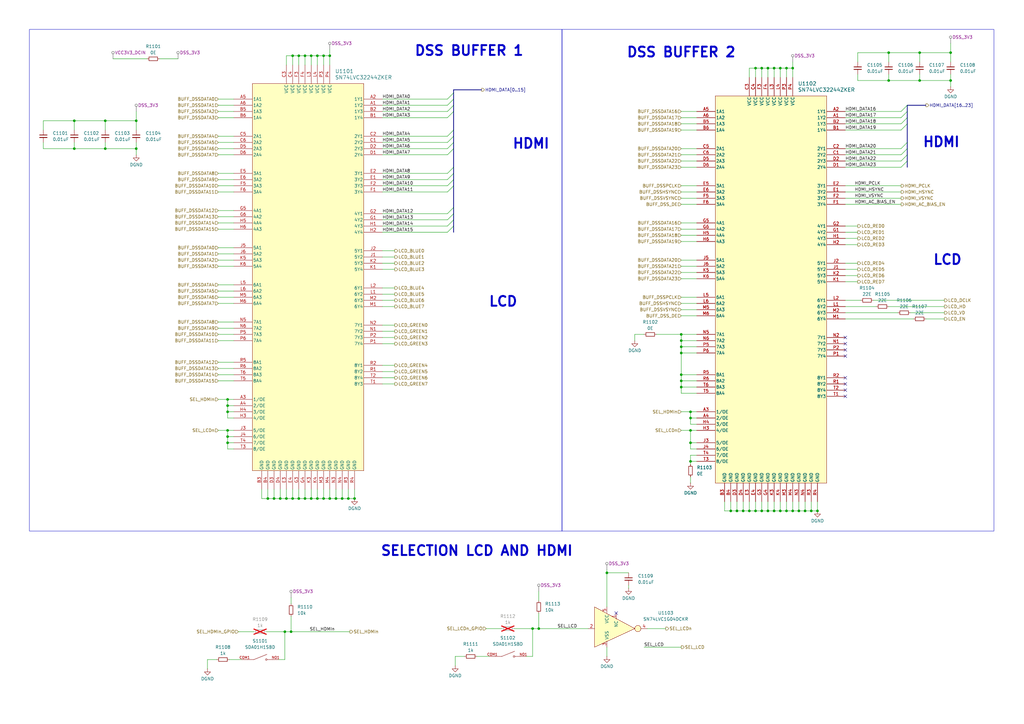
<source format=kicad_sch>
(kicad_sch (version 20250114) (generator "eeschema") (generator_version "9.0")
  (paper "A3")
  (title_block (title "Barre de son (base saine)") (date "2025-05-16") (rev "1.0") (company "NDH"))
  (lib_symbols
    (symbol "Device:C_Small" (pin_numbers (hide yes)) (pin_names (offset 0.254) (hide yes))
      (property "Reference" "C" (at 0.254 1.778 0))
      (property "Value" "C_Small" (at 0.254 -2.032 0))
      (symbol "C_Small_1_1"
        (pin passive line (at 0 2.54 270) (length 2.032) (name "~") (number "1"))
        (pin passive line (at 0 -2.54 90) (length 2.032) (name "~") (number "2"))
      )
    )
    (symbol "Device:R_Small" (pin_numbers (hide yes)) (pin_names (offset 0.254) (hide yes))
      (property "Reference" "R" (at 0.762 0.508 0))
      (property "Value" "R_Small" (at 0.762 -1.016 0))
      (symbol "R_Small_1_1"
        (pin passive line (at 0 2.54 270) (length 0.762) (name "~") (number "1"))
        (pin passive line (at 0 -2.54 90) (length 0.762) (name "~") (number "2"))
      )
    )
    (symbol "Libglobal:SDA01H1SBD" (pin_names (offset 1.016))
      (property "Reference" "S" (at -2.54 2.54 0))
      (property "Value" "SDA01H1SBD" (at -2.54 -2.54 0))
      (symbol "SDA01H1SBD_0_0"
        (pin passive line (at -7.62 0 0) (length 2.54) (name "~") (number "COM1"))
        (pin passive line (at 7.62 0 180) (length 2.54) (name "~") (number "NO1"))
      )
    )
    (symbol "Libglobal:SN74LVC1G04DCKR"
      (property "Reference" "U" (at 0 0 0))
      (property "Value" "SN74LVC1G04DCKR" (at -0.508 -1.524 0))
      (symbol "SN74LVC1G04DCKR_1_1"
        (pin input line (at -12.7 -16.51 0) (length 2.54) (name "") (number "2"))
        (pin input line (at -5.08 -7.62 270) (length 2.54) (name "VCC") (number "5"))
        (pin input line (at -5.08 -24.13 90) (length 2.54) (name "VSS") (number "3"))
        (pin input line (at -1.27 -10.16 270) (length 2.54) (name "NC") (number "1"))
        (pin output line (at 11.43 -16.51 180) (length 2.54) (name "") (number "4"))
      )
    )
    (symbol "Libglobal:SN74LVC32244ZKER" (pin_names (offset 0.254))
      (property "Reference" "U" (at 64.008 8.382 0))
      (property "Value" "SN74LVC32244ZKER" (at 64.008 5.842 0))
      (symbol "SN74LVC32244ZKER_0_1"
        (pin input line (at 0 -3.81 0) (length 7.62) (name "1A1") (number "A5"))
        (pin input line (at 0 -6.35 0) (length 7.62) (name "1A2") (number "A6"))
        (pin input line (at 0 -8.89 0) (length 7.62) (name "1A3") (number "B5"))
        (pin input line (at 0 -11.43 0) (length 7.62) (name "1A4") (number "B6"))
        (pin input line (at 0 -19.05 0) (length 7.62) (name "2A1") (number "C5"))
        (pin input line (at 0 -21.59 0) (length 7.62) (name "2A2") (number "C6"))
        (pin input line (at 0 -24.13 0) (length 7.62) (name "2A3") (number "D5"))
        (pin input line (at 0 -26.67 0) (length 7.62) (name "2A4") (number "D6"))
        (pin input line (at 0 -34.29 0) (length 7.62) (name "3A1") (number "E5"))
        (pin input line (at 0 -36.83 0) (length 7.62) (name "3A2") (number "E6"))
        (pin input line (at 0 -39.37 0) (length 7.62) (name "3A3") (number "F5"))
        (pin input line (at 0 -41.91 0) (length 7.62) (name "3A4") (number "F6"))
        (pin input line (at 0 -49.53 0) (length 7.62) (name "4A1") (number "G5"))
        (pin input line (at 0 -52.07 0) (length 7.62) (name "4A2") (number "G6"))
        (pin input line (at 0 -54.61 0) (length 7.62) (name "4A4") (number "H5"))
        (pin input line (at 0 -57.15 0) (length 7.62) (name "4A3") (number "H6"))
        (pin input line (at 0 -64.77 0) (length 7.62) (name "5A1") (number "J5"))
        (pin input line (at 0 -67.31 0) (length 7.62) (name "5A2") (number "J6"))
        (pin input line (at 0 -69.85 0) (length 7.62) (name "5A3") (number "K5"))
        (pin input line (at 0 -72.39 0) (length 7.62) (name "5A4") (number "K6"))
        (pin input line (at 0 -80.01 0) (length 7.62) (name "6A1") (number "L5"))
        (pin input line (at 0 -82.55 0) (length 7.62) (name "6A2") (number "L6"))
        (pin input line (at 0 -85.09 0) (length 7.62) (name "6A3") (number "M5"))
        (pin input line (at 0 -87.63 0) (length 7.62) (name "6A4") (number "M6"))
        (pin input line (at 0 -95.25 0) (length 7.62) (name "7A1") (number "N5"))
        (pin input line (at 0 -97.79 0) (length 7.62) (name "7A2") (number "N6"))
        (pin input line (at 0 -100.33 0) (length 7.62) (name "7A3") (number "P5"))
        (pin input line (at 0 -102.87 0) (length 7.62) (name "7A4") (number "P6"))
        (pin input line (at 0 -111.76 0) (length 7.62) (name "8A1") (number "R5"))
        (pin input line (at 0 -114.3 0) (length 7.62) (name "8A2") (number "R6"))
        (pin input line (at 0 -116.84 0) (length 7.62) (name "8A3") (number "T6"))
        (pin input line (at 0 -119.38 0) (length 7.62) (name "8A4") (number "T5"))
        (pin power_in line (at 11.43 -163.83 90) (length 7.62) (name "GND") (number "B3"))
        (pin power_in line (at 13.97 -163.83 90) (length 7.62) (name "GND") (number "B4"))
        (pin power_in line (at 16.51 -163.83 90) (length 7.62) (name "GND") (number "D3"))
        (pin power_in line (at 19.05 -163.83 90) (length 7.62) (name "GND") (number "D4"))
        (pin power_in line (at 21.59 10.16 270) (length 7.62) (name "VCC") (number "C3"))
        (pin power_in line (at 21.59 -163.83 90) (length 7.62) (name "GND") (number "E3"))
        (pin power_in line (at 24.13 10.16 270) (length 7.62) (name "VCC") (number "C4"))
        (pin power_in line (at 24.13 -163.83 90) (length 7.62) (name "GND") (number "E4"))
        (pin power_in line (at 26.67 10.16 270) (length 7.62) (name "VCC") (number "F3"))
        (pin power_in line (at 26.67 -163.83 90) (length 7.62) (name "GND") (number "G3"))
        (pin power_in line (at 29.21 10.16 270) (length 7.62) (name "VCC") (number "F4"))
        (pin power_in line (at 29.21 -163.83 90) (length 7.62) (name "GND") (number "G4"))
        (pin power_in line (at 31.75 10.16 270) (length 7.62) (name "VCC") (number "L3"))
        (pin power_in line (at 31.75 -163.83 90) (length 7.62) (name "GND") (number "K3"))
        (pin power_in line (at 34.29 10.16 270) (length 7.62) (name "VCC") (number "L4"))
        (pin power_in line (at 34.29 -163.83 90) (length 7.62) (name "GND") (number "K4"))
        (pin power_in line (at 36.83 10.16 270) (length 7.62) (name "VCC") (number "P3"))
        (pin power_in line (at 36.83 -163.83 90) (length 7.62) (name "GND") (number "M3"))
        (pin power_in line (at 39.37 10.16 270) (length 7.62) (name "VCC") (number "P4"))
        (pin power_in line (at 39.37 -163.83 90) (length 7.62) (name "GND") (number "M4"))
        (pin power_in line (at 41.91 -163.83 90) (length 7.62) (name "GND") (number "N3"))
        (pin power_in line (at 44.45 -163.83 90) (length 7.62) (name "GND") (number "N4"))
        (pin power_in line (at 46.99 -163.83 90) (length 7.62) (name "GND") (number "R3"))
        (pin power_in line (at 49.53 -163.83 90) (length 7.62) (name "GND") (number "R4"))
        (pin output line (at 60.96 -3.81 180) (length 7.62) (name "1Y1") (number "A2"))
        (pin output line (at 60.96 -6.35 180) (length 7.62) (name "1Y2") (number "A1"))
        (pin output line (at 60.96 -8.89 180) (length 7.62) (name "1Y3") (number "B2"))
        (pin output line (at 60.96 -11.43 180) (length 7.62) (name "1Y4") (number "B1"))
        (pin output line (at 60.96 -19.05 180) (length 7.62) (name "2Y1") (number "C2"))
        (pin output line (at 60.96 -21.59 180) (length 7.62) (name "2Y2") (number "C1"))
        (pin output line (at 60.96 -24.13 180) (length 7.62) (name "2Y3") (number "D2"))
        (pin output line (at 60.96 -26.67 180) (length 7.62) (name "2Y4") (number "D1"))
        (pin output line (at 60.96 -34.29 180) (length 7.62) (name "3Y1") (number "E2"))
        (pin output line (at 60.96 -36.83 180) (length 7.62) (name "3Y2") (number "E1"))
        (pin output line (at 60.96 -39.37 180) (length 7.62) (name "3Y3") (number "F2"))
        (pin output line (at 60.96 -41.91 180) (length 7.62) (name "3Y4") (number "F1"))
        (pin output line (at 60.96 -50.8 180) (length 7.62) (name "4Y1") (number "G2"))
        (pin output line (at 60.96 -53.34 180) (length 7.62) (name "4Y2") (number "G1"))
        (pin output line (at 60.96 -55.88 180) (length 7.62) (name "4Y3") (number "H1"))
        (pin output line (at 60.96 -58.42 180) (length 7.62) (name "4Y4") (number "H2"))
        (pin output line (at 60.96 -66.04 180) (length 7.62) (name "5Y1") (number "J2"))
        (pin output line (at 60.96 -68.58 180) (length 7.62) (name "5Y2") (number "J1"))
        (pin output line (at 60.96 -71.12 180) (length 7.62) (name "5Y3") (number "K2"))
        (pin output line (at 60.96 -73.66 180) (length 7.62) (name "5Y4") (number "K1"))
        (pin output line (at 60.96 -81.28 180) (length 7.62) (name "6Y1") (number "L2"))
        (pin output line (at 60.96 -83.82 180) (length 7.62) (name "6Y2") (number "L1"))
        (pin output line (at 60.96 -86.36 180) (length 7.62) (name "6Y3") (number "M2"))
        (pin output line (at 60.96 -88.9 180) (length 7.62) (name "6Y4") (number "M1"))
        (pin output line (at 60.96 -96.52 180) (length 7.62) (name "7Y1") (number "N2"))
        (pin output line (at 60.96 -99.06 180) (length 7.62) (name "7Y2") (number "N1"))
        (pin output line (at 60.96 -101.6 180) (length 7.62) (name "7Y3") (number "P2"))
        (pin output line (at 60.96 -104.14 180) (length 7.62) (name "7Y4") (number "P1"))
        (pin output line (at 60.96 -113.03 180) (length 7.62) (name "8Y1") (number "R2"))
        (pin output line (at 60.96 -115.57 180) (length 7.62) (name "8Y2") (number "R1"))
        (pin output line (at 60.96 -118.11 180) (length 7.62) (name "8Y4") (number "T2"))
        (pin output line (at 60.96 -120.65 180) (length 7.62) (name "8Y3") (number "T1"))
      )
      (symbol "SN74LVC32244ZKER_1_1"
        (pin input line (at 0 -127 0) (length 7.62) (name "1/OE") (number "A3"))
        (pin input line (at 0 -129.54 0) (length 7.62) (name "2/OE") (number "A4"))
        (pin input line (at 0 -132.08 0) (length 7.62) (name "3/OE") (number "H4"))
        (pin input line (at 0 -134.62 0) (length 7.62) (name "4/OE") (number "H3"))
        (pin input line (at 0 -139.7 0) (length 7.62) (name "5/OE") (number "J3"))
        (pin input line (at 0 -142.24 0) (length 7.62) (name "6/OE") (number "J4"))
        (pin input line (at 0 -144.78 0) (length 7.62) (name "7/OE") (number "T4"))
        (pin input line (at 0 -147.32 0) (length 7.62) (name "8/OE") (number "T3"))
      )
    )
    (symbol "power:GND" (power) (pin_numbers (hide yes)) (pin_names (offset 0) (hide yes))
      (property "Value" "GND" (at 0 -3.81 0))
      (symbol "GND_1_1"
        (pin power_in line (at 0 0 270) (length 0) (name "~") (number "1"))
      )
    )
  )
  (rectangle (start 12.065 12.065) (end 230.505 217.805))
  (rectangle (start 230.505 12.065) (end 407.67 217.805))
  (text "DSS BUFFER 1\n" (at 192.405 20.955 0) (effects (font (size 4 4) (thickness 0.8) (bold yes))))
  (text "LCD" (at 206.375 123.825 0) (effects (font (size 4 4) (thickness 0.8) (bold yes))))
  (text "HDMI" (at 386.08 58.42 0) (effects (font (size 4 4) (thickness 0.8) (bold yes))))
  (text "SELECTION LCD AND HDMI\n" (at 195.58 226.06 0) (effects (font (size 4 4) (thickness 0.8) (bold yes))))
  (text "LCD" (at 388.62 106.68 0) (effects (font (size 4 4) (thickness 0.8) (bold yes))))
  (text "DSS BUFFER 2\n" (at 279.4 21.59 0) (effects (font (size 4 4) (thickness 0.8) (bold yes))))
  (text "HDMI" (at 217.805 59.055 0) (effects (font (size 4 4) (thickness 0.8) (bold yes))))
  (junction (at 127.635 204.47))
  (junction (at 314.96 209.55))
  (junction (at 132.715 204.47))
  (junction (at 309.88 27.94))
  (junction (at 389.89 33.02))
  (junction (at 120.015 204.47))
  (junction (at 93.345 179.07))
  (junction (at 112.395 204.47))
  (junction (at 279.4 156.21))
  (junction (at 320.04 209.55))
  (junction (at 312.42 27.94))
  (junction (at 140.335 204.47))
  (junction (at 122.555 22.86))
  (junction (at 330.2 209.55))
  (junction (at 120.015 22.86))
  (junction (at 93.345 168.91))
  (junction (at 279.4 153.67))
  (junction (at 93.345 176.53))
  (junction (at 142.875 204.47))
  (junction (at 116.84 259.08))
  (junction (at 30.48 49.53))
  (junction (at 283.21 189.23))
  (junction (at 279.4 137.16))
  (junction (at 125.095 22.86))
  (junction (at 145.415 204.47))
  (junction (at 117.475 204.47))
  (junction (at 248.92 234.95))
  (junction (at 130.175 22.86))
  (junction (at 317.5 209.55))
  (junction (at 325.12 27.94))
  (junction (at 283.21 171.45))
  (junction (at 304.8 209.55))
  (junction (at 322.58 209.55))
  (junction (at 314.96 27.94))
  (junction (at 335.28 209.55))
  (junction (at 389.89 21.59))
  (junction (at 279.4 158.75))
  (junction (at 135.255 22.86))
  (junction (at 119.38 259.08))
  (junction (at 135.255 204.47))
  (junction (at 364.49 21.59))
  (junction (at 30.48 60.96))
  (junction (at 130.175 204.47))
  (junction (at 218.44 257.81))
  (junction (at 132.715 22.86))
  (junction (at 377.19 33.02))
  (junction (at 312.42 209.55))
  (junction (at 317.5 27.94))
  (junction (at 93.345 181.61))
  (junction (at 137.795 204.47))
  (junction (at 325.12 209.55))
  (junction (at 220.98 257.81))
  (junction (at 327.66 209.55))
  (junction (at 43.18 60.96))
  (junction (at 55.88 60.96))
  (junction (at 364.49 33.02))
  (junction (at 279.4 139.7))
  (junction (at 109.855 204.47))
  (junction (at 122.555 204.47))
  (junction (at 320.04 27.94))
  (junction (at 93.345 166.37))
  (junction (at 307.34 209.55))
  (junction (at 283.21 181.61))
  (junction (at 125.095 204.47))
  (junction (at 299.72 209.55))
  (junction (at 283.21 176.53))
  (junction (at 377.19 21.59))
  (junction (at 93.345 163.83))
  (junction (at 114.935 204.47))
  (junction (at 43.18 49.53))
  (junction (at 283.21 168.91))
  (junction (at 279.4 142.24))
  (junction (at 332.74 209.55))
  (junction (at 127.635 22.86))
  (junction (at 55.88 49.53))
  (junction (at 279.4 144.78))
  (junction (at 322.58 27.94))
  (junction (at 309.88 209.55))
  (junction (at 302.26 209.55))
  (no_connect (at 252.73 251.46))
  (no_connect (at 346.71 157.48))
  (no_connect (at 346.71 140.97))
  (no_connect (at 346.71 154.94))
  (no_connect (at 346.71 146.05))
  (no_connect (at 346.71 162.56))
  (no_connect (at 346.71 160.02))
  (no_connect (at 346.71 143.51))
  (no_connect (at 346.71 138.43))
  (bus_entry (at 186.055 71.12) (size -2.54 2.54))
  (bus_entry (at 372.11 60.96) (size -2.54 2.54))
  (bus_entry (at 186.055 58.42) (size -2.54 2.54))
  (bus_entry (at 372.11 48.26) (size -2.54 2.54))
  (bus_entry (at 186.055 38.1) (size -2.54 2.54))
  (bus_entry (at 372.11 66.04) (size -2.54 2.54))
  (bus_entry (at 186.055 53.34) (size -2.54 2.54))
  (bus_entry (at 186.055 55.88) (size -2.54 2.54))
  (bus_entry (at 186.055 85.09) (size -2.54 2.54))
  (bus_entry (at 372.11 58.42) (size -2.54 2.54))
  (bus_entry (at 186.055 60.96) (size -2.54 2.54))
  (bus_entry (at 186.055 40.64) (size -2.54 2.54))
  (bus_entry (at 372.11 43.18) (size -2.54 2.54))
  (bus_entry (at 186.055 73.66) (size -2.54 2.54))
  (bus_entry (at 186.055 90.17) (size -2.54 2.54))
  (bus_entry (at 372.11 45.72) (size -2.54 2.54))
  (bus_entry (at 186.055 76.2) (size -2.54 2.54))
  (bus_entry (at 186.055 87.63) (size -2.54 2.54))
  (bus_entry (at 186.055 43.18) (size -2.54 2.54))
  (bus_entry (at 186.055 68.58) (size -2.54 2.54))
  (bus_entry (at 372.11 50.8) (size -2.54 2.54))
  (bus_entry (at 372.11 63.5) (size -2.54 2.54))
  (bus_entry (at 186.055 45.72) (size -2.54 2.54))
  (bus_entry (at 186.055 92.71) (size -2.54 2.54))
  (wire (pts (xy 279.4 144.78) (xy 279.4 142.24)))
  (wire (pts (xy 389.89 33.02) (xy 377.19 33.02)))
  (wire (pts (xy 283.21 186.69) (xy 285.75 186.69)))
  (bus (pts (xy 372.11 63.5) (xy 372.11 60.96)))
  (wire (pts (xy 135.255 26.67) (xy 135.255 22.86)))
  (wire (pts (xy 307.34 209.55) (xy 307.34 205.74)))
  (wire (pts (xy 279.4 76.2) (xy 285.75 76.2)))
  (wire (pts (xy 283.21 171.45) (xy 285.75 171.45)))
  (wire (pts (xy 307.34 209.55) (xy 309.88 209.55)))
  (wire (pts (xy 132.715 22.86) (xy 130.175 22.86)))
  (wire (pts (xy 120.015 200.66) (xy 120.015 204.47)))
  (wire (pts (xy 279.4 45.72) (xy 285.75 45.72)))
  (wire (pts (xy 85.09 270.51) (xy 88.9 270.51)))
  (wire (pts (xy 346.71 81.28) (xy 369.57 81.28)))
  (wire (pts (xy 368.3 128.27) (xy 346.71 128.27)))
  (wire (pts (xy 309.88 27.94) (xy 307.34 27.94)))
  (wire (pts (xy 257.81 241.3) (xy 257.81 240.03)))
  (wire (pts (xy 95.885 171.45) (xy 93.345 171.45)))
  (wire (pts (xy 377.19 30.48) (xy 377.19 33.02)))
  (wire (pts (xy 257.81 234.95) (xy 248.92 234.95)))
  (wire (pts (xy 279.4 81.28) (xy 285.75 81.28)))
  (wire (pts (xy 55.88 63.5) (xy 55.88 60.96)))
  (wire (pts (xy 364.49 33.02) (xy 351.79 33.02)))
  (wire (pts (xy 283.21 168.91) (xy 285.75 168.91)))
  (wire (pts (xy 112.395 204.47) (xy 114.935 204.47)))
  (wire (pts (xy 109.855 204.47) (xy 107.315 204.47)))
  (wire (pts (xy 130.175 22.86) (xy 130.175 26.67)))
  (wire (pts (xy 314.96 27.94) (xy 312.42 27.94)))
  (wire (pts (xy 279.4 96.52) (xy 285.75 96.52)))
  (wire (pts (xy 260.35 137.16) (xy 260.35 139.7)))
  (wire (pts (xy 279.4 68.58) (xy 285.75 68.58)))
  (wire (pts (xy 320.04 205.74) (xy 320.04 209.55)))
  (wire (pts (xy 377.19 33.02) (xy 364.49 33.02)))
  (wire (pts (xy 351.79 107.95) (xy 346.71 107.95)))
  (wire (pts (xy 279.4 83.82) (xy 285.75 83.82)))
  (bus (pts (xy 372.11 60.96) (xy 372.11 58.42)))
  (wire (pts (xy 332.74 205.74) (xy 332.74 209.55)))
  (bus (pts (xy 186.055 73.66) (xy 186.055 71.12)))
  (wire (pts (xy 46.355 24.13) (xy 60.325 24.13)))
  (wire (pts (xy 142.875 204.47) (xy 145.415 204.47)))
  (wire (pts (xy 122.555 204.47) (xy 125.095 204.47)))
  (wire (pts (xy 122.555 22.86) (xy 122.555 26.67)))
  (wire (pts (xy 89.535 78.74) (xy 95.885 78.74)))
  (wire (pts (xy 389.89 30.48) (xy 389.89 33.02)))
  (wire (pts (xy 112.395 200.66) (xy 112.395 204.47)))
  (wire (pts (xy 353.06 123.19) (xy 346.71 123.19)))
  (wire (pts (xy 130.175 22.86) (xy 127.635 22.86)))
  (wire (pts (xy 279.4 156.21) (xy 279.4 153.67)))
  (wire (pts (xy 283.21 184.15) (xy 285.75 184.15)))
  (wire (pts (xy 218.44 269.24) (xy 218.44 257.81)))
  (wire (pts (xy 30.48 53.34) (xy 30.48 49.53)))
  (wire (pts (xy 279.4 153.67) (xy 285.75 153.67)))
  (wire (pts (xy 389.89 17.78) (xy 389.89 21.59)))
  (wire (pts (xy 304.8 209.55) (xy 307.34 209.55)))
  (wire (pts (xy 93.345 168.91) (xy 95.885 168.91)))
  (wire (pts (xy 65.405 24.13) (xy 73.025 24.13)))
  (wire (pts (xy 135.255 204.47) (xy 137.795 204.47)))
  (wire (pts (xy 279.4 158.75) (xy 285.75 158.75)))
  (wire (pts (xy 156.845 92.71) (xy 183.515 92.71)))
  (wire (pts (xy 125.095 22.86) (xy 125.095 26.67)))
  (bus (pts (xy 186.055 90.17) (xy 186.055 87.63)))
  (wire (pts (xy 312.42 27.94) (xy 312.42 31.75)))
  (wire (pts (xy 43.18 58.42) (xy 43.18 60.96)))
  (wire (pts (xy 332.74 209.55) (xy 335.28 209.55)))
  (wire (pts (xy 297.18 209.55) (xy 297.18 205.74)))
  (wire (pts (xy 322.58 205.74) (xy 322.58 209.55)))
  (wire (pts (xy 302.26 209.55) (xy 304.8 209.55)))
  (wire (pts (xy 312.42 205.74) (xy 312.42 209.55)))
  (wire (pts (xy 302.26 205.74) (xy 302.26 209.55)))
  (wire (pts (xy 127.635 204.47) (xy 130.175 204.47)))
  (wire (pts (xy 161.925 154.94) (xy 156.845 154.94)))
  (bus (pts (xy 372.11 58.42) (xy 372.11 50.8)))
  (wire (pts (xy 137.795 204.47) (xy 137.795 200.66)))
  (wire (pts (xy 346.71 83.82) (xy 369.57 83.82)))
  (wire (pts (xy 156.845 43.18) (xy 183.515 43.18)))
  (wire (pts (xy 89.535 73.66) (xy 95.885 73.66)))
  (wire (pts (xy 109.855 200.66) (xy 109.855 204.47)))
  (wire (pts (xy 314.96 205.74) (xy 314.96 209.55)))
  (wire (pts (xy 285.75 189.23) (xy 283.21 189.23)))
  (bus (pts (xy 186.055 92.71) (xy 186.055 90.17)))
  (wire (pts (xy 283.21 176.53) (xy 283.21 181.61)))
  (wire (pts (xy 279.4 156.21) (xy 285.75 156.21)))
  (wire (pts (xy 279.4 53.34) (xy 285.75 53.34)))
  (wire (pts (xy 279.4 144.78) (xy 285.75 144.78)))
  (wire (pts (xy 346.71 50.8) (xy 369.57 50.8)))
  (wire (pts (xy 125.095 204.47) (xy 127.635 204.47)))
  (wire (pts (xy 114.935 200.66) (xy 114.935 204.47)))
  (wire (pts (xy 279.4 139.7) (xy 279.4 137.16)))
  (wire (pts (xy 358.14 123.19) (xy 387.35 123.19)))
  (bus (pts (xy 186.055 45.72) (xy 186.055 43.18)))
  (wire (pts (xy 89.535 93.98) (xy 95.885 93.98)))
  (wire (pts (xy 95.885 184.15) (xy 93.345 184.15)))
  (wire (pts (xy 327.66 209.55) (xy 327.66 205.74)))
  (bus (pts (xy 186.055 36.83) (xy 197.485 36.83)))
  (wire (pts (xy 279.4 93.98) (xy 285.75 93.98)))
  (wire (pts (xy 364.49 125.73) (xy 387.35 125.73)))
  (wire (pts (xy 283.21 176.53) (xy 285.75 176.53)))
  (wire (pts (xy 89.535 55.88) (xy 95.885 55.88)))
  (wire (pts (xy 116.84 259.08) (xy 109.22 259.08)))
  (wire (pts (xy 279.4 66.04) (xy 285.75 66.04)))
  (wire (pts (xy 125.095 22.86) (xy 122.555 22.86)))
  (wire (pts (xy 93.345 168.91) (xy 93.345 166.37)))
  (wire (pts (xy 248.92 269.24) (xy 248.92 265.43)))
  (wire (pts (xy 325.12 205.74) (xy 325.12 209.55)))
  (wire (pts (xy 89.535 86.36) (xy 95.885 86.36)))
  (wire (pts (xy 346.71 60.96) (xy 369.57 60.96)))
  (wire (pts (xy 161.925 140.97) (xy 156.845 140.97)))
  (wire (pts (xy 145.415 200.66) (xy 145.415 204.47)))
  (bus (pts (xy 186.055 43.18) (xy 186.055 40.64)))
  (wire (pts (xy 156.845 63.5) (xy 183.515 63.5)))
  (wire (pts (xy 142.875 200.66) (xy 142.875 204.47)))
  (wire (pts (xy 220.98 242.57) (xy 220.98 246.38)))
  (wire (pts (xy 389.89 35.56) (xy 389.89 33.02)))
  (wire (pts (xy 89.535 116.84) (xy 95.885 116.84)))
  (wire (pts (xy 117.475 204.47) (xy 120.015 204.47)))
  (wire (pts (xy 132.715 200.66) (xy 132.715 204.47)))
  (wire (pts (xy 317.5 27.94) (xy 314.96 27.94)))
  (wire (pts (xy 89.535 106.68) (xy 95.885 106.68)))
  (wire (pts (xy 346.71 78.74) (xy 369.57 78.74)))
  (wire (pts (xy 374.65 130.81) (xy 346.71 130.81)))
  (wire (pts (xy 279.4 106.68) (xy 285.75 106.68)))
  (wire (pts (xy 265.43 257.81) (xy 273.05 257.81)))
  (wire (pts (xy 279.4 50.8) (xy 285.75 50.8)))
  (wire (pts (xy 248.92 233.68) (xy 248.92 234.95)))
  (wire (pts (xy 89.535 156.21) (xy 95.885 156.21)))
  (wire (pts (xy 89.535 134.62) (xy 95.885 134.62)))
  (wire (pts (xy 17.78 49.53) (xy 30.48 49.53)))
  (wire (pts (xy 320.04 209.55) (xy 322.58 209.55)))
  (wire (pts (xy 161.925 135.89) (xy 156.845 135.89)))
  (wire (pts (xy 279.4 121.92) (xy 285.75 121.92)))
  (wire (pts (xy 279.4 176.53) (xy 283.21 176.53)))
  (wire (pts (xy 161.925 102.87) (xy 156.845 102.87)))
  (wire (pts (xy 89.535 60.96) (xy 95.885 60.96)))
  (wire (pts (xy 132.715 22.86) (xy 132.715 26.67)))
  (wire (pts (xy 93.345 184.15) (xy 93.345 181.61)))
  (wire (pts (xy 89.535 137.16) (xy 95.885 137.16)))
  (wire (pts (xy 130.175 204.47) (xy 132.715 204.47)))
  (bus (pts (xy 186.055 87.63) (xy 186.055 85.09)))
  (wire (pts (xy 107.315 204.47) (xy 107.315 200.66)))
  (wire (pts (xy 109.855 204.47) (xy 112.395 204.47)))
  (wire (pts (xy 364.49 25.4) (xy 364.49 21.59)))
  (wire (pts (xy 314.96 209.55) (xy 317.5 209.55)))
  (wire (pts (xy 279.4 78.74) (xy 285.75 78.74)))
  (wire (pts (xy 43.18 53.34) (xy 43.18 49.53)))
  (wire (pts (xy 140.335 204.47) (xy 142.875 204.47)))
  (wire (pts (xy 55.88 58.42) (xy 55.88 60.96)))
  (wire (pts (xy 114.3 270.51) (xy 116.84 270.51)))
  (wire (pts (xy 346.71 53.34) (xy 369.57 53.34)))
  (wire (pts (xy 320.04 27.94) (xy 317.5 27.94)))
  (bus (pts (xy 186.055 60.96) (xy 186.055 58.42)))
  (wire (pts (xy 89.535 45.72) (xy 95.885 45.72)))
  (wire (pts (xy 299.72 209.55) (xy 297.18 209.55)))
  (wire (pts (xy 156.845 58.42) (xy 183.515 58.42)))
  (wire (pts (xy 161.925 120.65) (xy 156.845 120.65)))
  (wire (pts (xy 309.88 27.94) (xy 309.88 31.75)))
  (wire (pts (xy 156.845 45.72) (xy 183.515 45.72)))
  (wire (pts (xy 312.42 27.94) (xy 309.88 27.94)))
  (wire (pts (xy 335.28 205.74) (xy 335.28 209.55)))
  (wire (pts (xy 132.715 204.47) (xy 135.255 204.47)))
  (wire (pts (xy 351.79 92.71) (xy 346.71 92.71)))
  (wire (pts (xy 377.19 25.4) (xy 377.19 21.59)))
  (wire (pts (xy 377.19 21.59) (xy 389.89 21.59)))
  (wire (pts (xy 93.345 181.61) (xy 93.345 179.07)))
  (wire (pts (xy 43.18 49.53) (xy 55.88 49.53)))
  (wire (pts (xy 120.015 22.86) (xy 120.015 26.67)))
  (bus (pts (xy 372.11 50.8) (xy 372.11 48.26)))
  (wire (pts (xy 130.175 200.66) (xy 130.175 204.47)))
  (wire (pts (xy 283.21 195.58) (xy 283.21 198.12)))
  (wire (pts (xy 156.845 71.12) (xy 183.515 71.12)))
  (wire (pts (xy 137.795 204.47) (xy 140.335 204.47)))
  (wire (pts (xy 351.79 115.57) (xy 346.71 115.57)))
  (wire (pts (xy 30.48 60.96) (xy 17.78 60.96)))
  (wire (pts (xy 93.345 163.83) (xy 95.885 163.83)))
  (bus (pts (xy 372.11 66.04) (xy 372.11 63.5)))
  (bus (pts (xy 186.055 76.2) (xy 186.055 73.66)))
  (wire (pts (xy 116.84 270.51) (xy 116.84 259.08)))
  (wire (pts (xy 89.535 153.67) (xy 95.885 153.67)))
  (wire (pts (xy 93.345 166.37) (xy 93.345 163.83)))
  (wire (pts (xy 120.015 22.86) (xy 117.475 22.86)))
  (wire (pts (xy 30.48 49.53) (xy 43.18 49.53)))
  (wire (pts (xy 89.535 76.2) (xy 95.885 76.2)))
  (wire (pts (xy 161.925 152.4) (xy 156.845 152.4)))
  (wire (pts (xy 195.58 269.24) (xy 200.66 269.24)))
  (wire (pts (xy 279.4 60.96) (xy 285.75 60.96)))
  (wire (pts (xy 186.69 273.05) (xy 186.69 269.24)))
  (wire (pts (xy 312.42 209.55) (xy 314.96 209.55)))
  (bus (pts (xy 186.055 85.09) (xy 186.055 76.2)))
  (wire (pts (xy 325.12 25.4) (xy 325.12 27.94)))
  (wire (pts (xy 346.71 66.04) (xy 369.57 66.04)))
  (wire (pts (xy 351.79 97.79) (xy 346.71 97.79)))
  (wire (pts (xy 279.4 137.16) (xy 285.75 137.16)))
  (wire (pts (xy 279.4 124.46) (xy 285.75 124.46)))
  (wire (pts (xy 351.79 100.33) (xy 346.71 100.33)))
  (wire (pts (xy 135.255 22.86) (xy 132.715 22.86)))
  (wire (pts (xy 279.4 139.7) (xy 285.75 139.7)))
  (wire (pts (xy 317.5 209.55) (xy 320.04 209.55)))
  (wire (pts (xy 119.38 259.08) (xy 143.51 259.08)))
  (wire (pts (xy 322.58 27.94) (xy 320.04 27.94)))
  (wire (pts (xy 119.38 259.08) (xy 116.84 259.08)))
  (wire (pts (xy 93.345 166.37) (xy 95.885 166.37)))
  (wire (pts (xy 199.39 257.81) (xy 205.74 257.81)))
  (wire (pts (xy 161.925 105.41) (xy 156.845 105.41)))
  (wire (pts (xy 317.5 209.55) (xy 317.5 205.74)))
  (wire (pts (xy 304.8 205.74) (xy 304.8 209.55)))
  (wire (pts (xy 346.71 63.5) (xy 369.57 63.5)))
  (wire (pts (xy 220.98 257.81) (xy 218.44 257.81)))
  (wire (pts (xy 161.925 157.48) (xy 156.845 157.48)))
  (wire (pts (xy 379.73 130.81) (xy 387.35 130.81)))
  (bus (pts (xy 186.055 71.12) (xy 186.055 68.58)))
  (wire (pts (xy 283.21 173.99) (xy 285.75 173.99)))
  (wire (pts (xy 299.72 205.74) (xy 299.72 209.55)))
  (wire (pts (xy 283.21 190.5) (xy 283.21 189.23)))
  (wire (pts (xy 269.24 137.16) (xy 279.4 137.16)))
  (wire (pts (xy 117.475 22.86) (xy 117.475 26.67)))
  (wire (pts (xy 156.845 40.64) (xy 183.515 40.64)))
  (wire (pts (xy 89.535 40.64) (xy 95.885 40.64)))
  (wire (pts (xy 156.845 76.2) (xy 183.515 76.2)))
  (wire (pts (xy 117.475 204.47) (xy 117.475 200.66)))
  (wire (pts (xy 279.4 63.5) (xy 285.75 63.5)))
  (wire (pts (xy 346.71 76.2) (xy 369.57 76.2)))
  (wire (pts (xy 283.21 171.45) (xy 283.21 168.91)))
  (wire (pts (xy 156.845 48.26) (xy 183.515 48.26)))
  (wire (pts (xy 135.255 200.66) (xy 135.255 204.47)))
  (wire (pts (xy 135.255 20.32) (xy 135.255 22.86)))
  (wire (pts (xy 156.845 87.63) (xy 183.515 87.63)))
  (wire (pts (xy 161.925 123.19) (xy 156.845 123.19)))
  (wire (pts (xy 93.345 176.53) (xy 95.885 176.53)))
  (wire (pts (xy 140.335 200.66) (xy 140.335 204.47)))
  (wire (pts (xy 161.925 110.49) (xy 156.845 110.49)))
  (wire (pts (xy 161.925 107.95) (xy 156.845 107.95)))
  (wire (pts (xy 55.88 45.72) (xy 55.88 49.53)))
  (bus (pts (xy 372.11 68.58) (xy 372.11 66.04)))
  (wire (pts (xy 359.41 125.73) (xy 346.71 125.73)))
  (wire (pts (xy 120.015 204.47) (xy 122.555 204.47)))
  (wire (pts (xy 346.71 45.72) (xy 369.57 45.72)))
  (wire (pts (xy 283.21 181.61) (xy 285.75 181.61)))
  (wire (pts (xy 330.2 209.55) (xy 332.74 209.55)))
  (wire (pts (xy 346.71 48.26) (xy 369.57 48.26)))
  (wire (pts (xy 89.535 91.44) (xy 95.885 91.44)))
  (wire (pts (xy 322.58 209.55) (xy 325.12 209.55)))
  (wire (pts (xy 351.79 95.25) (xy 346.71 95.25)))
  (bus (pts (xy 372.11 45.72) (xy 372.11 43.18)))
  (wire (pts (xy 220.98 257.81) (xy 241.3 257.81)))
  (wire (pts (xy 89.535 101.6) (xy 95.885 101.6)))
  (wire (pts (xy 97.79 259.08) (xy 104.14 259.08)))
  (wire (pts (xy 127.635 22.86) (xy 125.095 22.86)))
  (bus (pts (xy 186.055 68.58) (xy 186.055 60.96)))
  (wire (pts (xy 89.535 119.38) (xy 95.885 119.38)))
  (wire (pts (xy 322.58 27.94) (xy 322.58 31.75)))
  (wire (pts (xy 327.66 209.55) (xy 330.2 209.55)))
  (wire (pts (xy 89.535 163.83) (xy 93.345 163.83)))
  (wire (pts (xy 264.16 265.43) (xy 279.4 265.43)))
  (wire (pts (xy 89.535 63.5) (xy 95.885 63.5)))
  (wire (pts (xy 248.92 234.95) (xy 248.92 248.92)))
  (wire (pts (xy 89.535 139.7) (xy 95.885 139.7)))
  (wire (pts (xy 279.4 153.67) (xy 279.4 144.78)))
  (wire (pts (xy 299.72 209.55) (xy 302.26 209.55)))
  (wire (pts (xy 161.925 138.43) (xy 156.845 138.43)))
  (wire (pts (xy 89.535 58.42) (xy 95.885 58.42)))
  (wire (pts (xy 127.635 22.86) (xy 127.635 26.67)))
  (wire (pts (xy 279.4 129.54) (xy 285.75 129.54)))
  (wire (pts (xy 279.4 142.24) (xy 279.4 139.7)))
  (bus (pts (xy 186.055 53.34) (xy 186.055 45.72)))
  (wire (pts (xy 279.4 161.29) (xy 279.4 158.75)))
  (wire (pts (xy 89.535 151.13) (xy 95.885 151.13)))
  (wire (pts (xy 364.49 21.59) (xy 377.19 21.59)))
  (wire (pts (xy 215.9 269.24) (xy 218.44 269.24)))
  (wire (pts (xy 119.38 252.73) (xy 119.38 259.08)))
  (wire (pts (xy 279.4 142.24) (xy 285.75 142.24)))
  (wire (pts (xy 17.78 53.34) (xy 17.78 49.53)))
  (wire (pts (xy 351.79 110.49) (xy 346.71 110.49)))
  (bus (pts (xy 186.055 95.25) (xy 186.055 92.71)))
  (wire (pts (xy 279.4 114.3) (xy 285.75 114.3)))
  (wire (pts (xy 156.845 60.96) (xy 183.515 60.96)))
  (wire (pts (xy 283.21 181.61) (xy 283.21 184.15)))
  (wire (pts (xy 89.535 132.08) (xy 95.885 132.08)))
  (wire (pts (xy 218.44 257.81) (xy 210.82 257.81)))
  (wire (pts (xy 93.98 270.51) (xy 99.06 270.51)))
  (wire (pts (xy 314.96 27.94) (xy 314.96 31.75)))
  (wire (pts (xy 89.535 124.46) (xy 95.885 124.46)))
  (wire (pts (xy 161.925 133.35) (xy 156.845 133.35)))
  (wire (pts (xy 307.34 27.94) (xy 307.34 31.75)))
  (wire (pts (xy 17.78 60.96) (xy 17.78 58.42)))
  (bus (pts (xy 186.055 40.64) (xy 186.055 38.1)))
  (wire (pts (xy 122.555 22.86) (xy 120.015 22.86)))
  (wire (pts (xy 330.2 205.74) (xy 330.2 209.55)))
  (wire (pts (xy 122.555 200.66) (xy 122.555 204.47)))
  (bus (pts (xy 186.055 58.42) (xy 186.055 55.88)))
  (wire (pts (xy 89.535 88.9) (xy 95.885 88.9)))
  (wire (pts (xy 373.38 128.27) (xy 387.35 128.27)))
  (wire (pts (xy 93.345 179.07) (xy 93.345 176.53)))
  (wire (pts (xy 279.4 158.75) (xy 279.4 156.21)))
  (wire (pts (xy 114.935 204.47) (xy 117.475 204.47)))
  (bus (pts (xy 186.055 38.1) (xy 186.055 36.83)))
  (wire (pts (xy 351.79 25.4) (xy 351.79 21.59)))
  (wire (pts (xy 161.925 149.86) (xy 156.845 149.86)))
  (wire (pts (xy 264.16 137.16) (xy 260.35 137.16)))
  (wire (pts (xy 279.4 111.76) (xy 285.75 111.76)))
  (wire (pts (xy 93.345 171.45) (xy 93.345 168.91)))
  (wire (pts (xy 89.535 43.18) (xy 95.885 43.18)))
  (wire (pts (xy 127.635 204.47) (xy 127.635 200.66)))
  (wire (pts (xy 283.21 173.99) (xy 283.21 171.45)))
  (wire (pts (xy 85.09 274.32) (xy 85.09 270.51)))
  (wire (pts (xy 389.89 21.59) (xy 389.89 25.4)))
  (wire (pts (xy 279.4 91.44) (xy 285.75 91.44)))
  (wire (pts (xy 309.88 205.74) (xy 309.88 209.55)))
  (wire (pts (xy 317.5 27.94) (xy 317.5 31.75)))
  (wire (pts (xy 156.845 90.17) (xy 183.515 90.17)))
  (wire (pts (xy 89.535 109.22) (xy 95.885 109.22)))
  (wire (pts (xy 156.845 73.66) (xy 183.515 73.66)))
  (wire (pts (xy 89.535 176.53) (xy 93.345 176.53)))
  (wire (pts (xy 325.12 209.55) (xy 327.66 209.55)))
  (bus (pts (xy 186.055 55.88) (xy 186.055 53.34)))
  (bus (pts (xy 372.11 43.18) (xy 379.73 43.18)))
  (wire (pts (xy 279.4 48.26) (xy 285.75 48.26)))
  (wire (pts (xy 119.38 245.11) (xy 119.38 247.65)))
  (wire (pts (xy 279.4 109.22) (xy 285.75 109.22)))
  (wire (pts (xy 89.535 71.12) (xy 95.885 71.12)))
  (wire (pts (xy 93.345 181.61) (xy 95.885 181.61)))
  (wire (pts (xy 325.12 27.94) (xy 322.58 27.94)))
  (wire (pts (xy 351.79 113.03) (xy 346.71 113.03)))
  (wire (pts (xy 156.845 78.74) (xy 183.515 78.74)))
  (wire (pts (xy 89.535 148.59) (xy 95.885 148.59)))
  (wire (pts (xy 89.535 48.26) (xy 95.885 48.26)))
  (wire (pts (xy 351.79 21.59) (xy 364.49 21.59)))
  (wire (pts (xy 93.345 179.07) (xy 95.885 179.07)))
  (wire (pts (xy 161.925 118.11) (xy 156.845 118.11)))
  (wire (pts (xy 279.4 161.29) (xy 285.75 161.29)))
  (wire (pts (xy 325.12 31.75) (xy 325.12 27.94)))
  (wire (pts (xy 279.4 99.06) (xy 285.75 99.06)))
  (wire (pts (xy 43.18 60.96) (xy 30.48 60.96)))
  (wire (pts (xy 279.4 127) (xy 285.75 127)))
  (wire (pts (xy 55.88 60.96) (xy 43.18 60.96)))
  (wire (pts (xy 309.88 209.55) (xy 312.42 209.55)))
  (wire (pts (xy 125.095 200.66) (xy 125.095 204.47)))
  (wire (pts (xy 351.79 33.02) (xy 351.79 30.48)))
  (wire (pts (xy 156.845 55.88) (xy 183.515 55.88)))
  (bus (pts (xy 372.11 48.26) (xy 372.11 45.72)))
  (wire (pts (xy 89.535 121.92) (xy 95.885 121.92)))
  (wire (pts (xy 279.4 168.91) (xy 283.21 168.91)))
  (wire (pts (xy 283.21 189.23) (xy 283.21 186.69)))
  (wire (pts (xy 320.04 27.94) (xy 320.04 31.75)))
  (wire (pts (xy 89.535 104.14) (xy 95.885 104.14)))
  (wire (pts (xy 346.71 68.58) (xy 369.57 68.58)))
  (wire (pts (xy 30.48 58.42) (xy 30.48 60.96)))
  (wire (pts (xy 156.845 95.25) (xy 183.515 95.25)))
  (wire (pts (xy 220.98 251.46) (xy 220.98 257.81)))
  (wire (pts (xy 364.49 30.48) (xy 364.49 33.02)))
  (wire (pts (xy 161.925 125.73) (xy 156.845 125.73)))
  (wire (pts (xy 55.88 49.53) (xy 55.88 53.34)))
  (wire (pts (xy 186.69 269.24) (xy 190.5 269.24)))
  (label "HDMI_DATA18" (at 346.71 50.8 0))
  (label "HDMI_DATA6" (at 156.845 60.96 0))
  (label "SEL_LCD" (at 228.6 257.81 0))
  (label "HDMI_DATA11" (at 156.845 78.74 0))
  (label "HDMI_DATA17" (at 346.71 48.26 0))
  (label "HDMI_DATA12" (at 156.845 87.63 0))
  (label "HDMI_DATA4" (at 156.845 55.88 0))
  (label "HDMI_DATA7" (at 156.845 63.5 0))
  (label "HDMI_DATA9" (at 156.845 73.66 0))
  (label "SEL_HDMIn" (at 127 259.08 0))
  (label "HDMI_DATA20" (at 346.71 60.96 0))
  (label "HDMI_DATA16" (at 346.71 45.72 0))
  (label "HDMI_DATA2" (at 156.845 45.72 0))
  (label "HDMI_DATA22" (at 346.71 66.04 0))
  (label "HDMI_DATA15" (at 156.845 95.25 0))
  (label "HDMI_AC_BIAS_EN" (at 350.52 83.82 0))
  (label "HDMI_DATA19" (at 346.71 53.34 0))
  (label "HDMI_HSYNC" (at 350.52 78.74 0))
  (label "HDMI_DATA3" (at 156.845 48.26 0))
  (label "HDMI_DATA1" (at 156.845 43.18 0))
  (label "HDMI_VSYNC" (at 350.52 81.28 0))
  (label "HDMI_DATA10" (at 156.845 76.2 0))
  (label "HDMI_DATA8" (at 156.845 71.12 0))
  (label "HDMI_DATA5" (at 156.845 58.42 0))
  (label "HDMI_DATA13" (at 156.845 90.17 0))
  (label "HDMI_DATA14" (at 156.845 92.71 0))
  (label "HDMI_DATA23" (at 346.71 68.58 0))
  (label "SEL_LCD" (at 264.16 265.43 0))
  (label "HDMI_DATA0" (at 156.845 40.64 0))
  (label "HDMI_PCLK" (at 350.52 76.2 0))
  (label "HDMI_DATA21" (at 346.71 63.5 0))
  (hierarchical_label "BUFF_DSSDATA4" (shape input) (at 89.535 55.88 180))
  (hierarchical_label "SEL_LCDn_GPIO" (shape input) (at 199.39 257.81 180))
  (hierarchical_label "LCD_RED3" (shape output) (at 351.79 100.33 0))
  (hierarchical_label "LCD_BLUE4" (shape output) (at 161.925 118.11 0))
  (hierarchical_label "SEL_LCDn" (shape input) (at 89.535 176.53 180))
  (hierarchical_label "BUFF_DSSDATA5" (shape input) (at 89.535 119.38 180))
  (hierarchical_label "LCD_GREEN7" (shape output) (at 161.925 157.48 0))
  (hierarchical_label "HDMI_HSYNC" (shape output) (at 369.57 78.74 0))
  (hierarchical_label "BUFF_DSSDATA23" (shape input) (at 279.4 114.3 180))
  (hierarchical_label "BUFF_DSSDATA1" (shape input) (at 89.535 104.14 180))
  (hierarchical_label "BUFF_DSSDATA18" (shape input) (at 279.4 96.52 180))
  (hierarchical_label "HDMI_DATA[16..23]" (shape output) (at 379.73 43.18 0))
  (hierarchical_label "BUFF_DSSDATA12" (shape input) (at 89.535 148.59 180))
  (hierarchical_label "LCD_DCLK" (shape output) (at 387.35 123.19 0))
  (hierarchical_label "BUFF_DSSDATA5" (shape input) (at 89.535 58.42 180))
  (hierarchical_label "BUFF_DSSHSYNC" (shape input) (at 279.4 78.74 180))
  (hierarchical_label "BUFF_DSSDATA2" (shape input) (at 89.535 106.68 180))
  (hierarchical_label "SEL_LCDn" (shape output) (at 273.05 257.81 0))
  (hierarchical_label "BUFF_DSSDATA16" (shape input) (at 279.4 45.72 180))
  (hierarchical_label "BUFF_DSSDATA11" (shape input) (at 89.535 139.7 180))
  (hierarchical_label "BUFF_DSS_DE" (shape input) (at 279.4 129.54 180))
  (hierarchical_label "LCD_RED4" (shape output) (at 351.79 107.95 0))
  (hierarchical_label "BUFF_DSSDATA0" (shape input) (at 89.535 40.64 180))
  (hierarchical_label "LCD_BLUE3" (shape output) (at 161.925 110.49 0))
  (hierarchical_label "BUFF_DSSPCLK" (shape input) (at 279.4 76.2 180))
  (hierarchical_label "BUFF_DSSDATA10" (shape input) (at 89.535 137.16 180))
  (hierarchical_label "BUFF_DSSDATA19" (shape input) (at 279.4 53.34 180))
  (hierarchical_label "BUFF_DSSDATA7" (shape input) (at 89.535 124.46 180))
  (hierarchical_label "BUFF_DSSDATA20" (shape input) (at 279.4 60.96 180))
  (hierarchical_label "BUFF_DSSDATA9" (shape input) (at 89.535 134.62 180))
  (hierarchical_label "BUFF_DSSPCLK" (shape input) (at 279.4 121.92 180))
  (hierarchical_label "BUFF_DSSDATA3" (shape input) (at 89.535 109.22 180))
  (hierarchical_label "BUFF_DSSDATA6" (shape input) (at 89.535 121.92 180))
  (hierarchical_label "LCD_BLUE1" (shape output) (at 161.925 105.41 0))
  (hierarchical_label "SEL_LCDn" (shape input) (at 279.4 176.53 180))
  (hierarchical_label "BUFF_DSSDATA12" (shape input) (at 89.535 86.36 180))
  (hierarchical_label "LCD_BLUE6" (shape output) (at 161.925 123.19 0))
  (hierarchical_label "BUFF_DSSDATA8" (shape input) (at 89.535 132.08 180))
  (hierarchical_label "BUFF_DSSDATA19" (shape input) (at 279.4 99.06 180))
  (hierarchical_label "HDMI_PCLK" (shape output) (at 369.57 76.2 0))
  (hierarchical_label "LCD_RED6" (shape output) (at 351.79 113.03 0))
  (hierarchical_label "BUFF_DSSDATA1" (shape input) (at 89.535 43.18 180))
  (hierarchical_label "LCD_RED5" (shape output) (at 351.79 110.49 0))
  (hierarchical_label "LCD_RED2" (shape output) (at 351.79 97.79 0))
  (hierarchical_label "BUFF_DSSDATA4" (shape input) (at 89.535 116.84 180))
  (hierarchical_label "BUFF_DSSDATA14" (shape input) (at 89.535 91.44 180))
  (hierarchical_label "LCD_BLUE7" (shape output) (at 161.925 125.73 0))
  (hierarchical_label "BUFF_DSSDATA0" (shape input) (at 89.535 101.6 180))
  (hierarchical_label "LCD_RED7" (shape output) (at 351.79 115.57 0))
  (hierarchical_label "LCD_RED0" (shape output) (at 351.79 92.71 0))
  (hierarchical_label "BUFF_DSSDATA21" (shape input) (at 279.4 63.5 180))
  (hierarchical_label "BUFF_DSSVSYNC" (shape input) (at 279.4 127 180))
  (hierarchical_label "BUFF_DSSDATA10" (shape input) (at 89.535 76.2 180))
  (hierarchical_label "LCD_GREEN4" (shape output) (at 161.925 149.86 0))
  (hierarchical_label "SEL_HDMIn" (shape input) (at 89.535 163.83 180))
  (hierarchical_label "BUFF_DSSDATA13" (shape input) (at 89.535 151.13 180))
  (hierarchical_label "LCD_RED1" (shape output) (at 351.79 95.25 0))
  (hierarchical_label "BUFF_DSSDATA8" (shape input) (at 89.535 71.12 180))
  (hierarchical_label "BUFF_DSSDATA9" (shape input) (at 89.535 73.66 180))
  (hierarchical_label "HDMI_DATA[0..15]" (shape output) (at 197.485 36.83 0))
  (hierarchical_label "BUFF_DSSDATA20" (shape input) (at 279.4 106.68 180))
  (hierarchical_label "BUFF_DSSDATA18" (shape input) (at 279.4 50.8 180))
  (hierarchical_label "SEL_LCD" (shape output) (at 279.4 265.43 0))
  (hierarchical_label "BUFF_DSSDATA2" (shape input) (at 89.535 45.72 180))
  (hierarchical_label "BUFF_DSSDATA21" (shape input) (at 279.4 109.22 180))
  (hierarchical_label "LCD_HD" (shape output) (at 387.35 125.73 0))
  (hierarchical_label "BUFF_DSSDATA14" (shape input) (at 89.535 153.67 180))
  (hierarchical_label "BUFF_DSSDATA17" (shape input) (at 279.4 93.98 180))
  (hierarchical_label "SEL_HDMIn" (shape output) (at 143.51 259.08 0))
  (hierarchical_label "BUFF_DSSDATA22" (shape input) (at 279.4 111.76 180))
  (hierarchical_label "BUFF_DSSDATA17" (shape input) (at 279.4 48.26 180))
  (hierarchical_label "BUFF_DSS_DE" (shape input) (at 279.4 83.82 180))
  (hierarchical_label "LCD_GREEN3" (shape output) (at 161.925 140.97 0))
  (hierarchical_label "LCD_GREEN2" (shape output) (at 161.925 138.43 0))
  (hierarchical_label "BUFF_DSSDATA23" (shape input) (at 279.4 68.58 180))
  (hierarchical_label "SEL_HDMIn" (shape input) (at 279.4 168.91 180))
  (hierarchical_label "LCD_GREEN6" (shape output) (at 161.925 154.94 0))
  (hierarchical_label "BUFF_DSSDATA11" (shape input) (at 89.535 78.74 180))
  (hierarchical_label "BUFF_DSSDATA22" (shape input) (at 279.4 66.04 180))
  (hierarchical_label "LCD_BLUE2" (shape output) (at 161.925 107.95 0))
  (hierarchical_label "LCD_EN" (shape output) (at 387.35 130.81 0))
  (hierarchical_label "BUFF_DSSDATA13" (shape input) (at 89.535 88.9 180))
  (hierarchical_label "LCD_BLUE5" (shape output) (at 161.925 120.65 0))
  (hierarchical_label "BUFF_DSSDATA15" (shape input) (at 89.535 156.21 180))
  (hierarchical_label "BUFF_DSSDATA3" (shape input) (at 89.535 48.26 180))
  (hierarchical_label "BUFF_DSSDATA7" (shape input) (at 89.535 63.5 180))
  (hierarchical_label "SEL_HDMIn_GPIO" (shape input) (at 97.79 259.08 180))
  (hierarchical_label "BUFF_DSSDATA6" (shape input) (at 89.535 60.96 180))
  (hierarchical_label "LCD_GREEN1" (shape output) (at 161.925 135.89 0))
  (hierarchical_label "LCD_BLUE0" (shape output) (at 161.925 102.87 0))
  (hierarchical_label "BUFF_DSSHSYNC" (shape input) (at 279.4 124.46 180))
  (hierarchical_label "HDMI_VSYNC" (shape output) (at 369.57 81.28 0))
  (hierarchical_label "BUFF_DSSVSYNC" (shape input) (at 279.4 81.28 180))
  (hierarchical_label "LCD_GREEN5" (shape output) (at 161.925 152.4 0))
  (hierarchical_label "LCD_GREEN0" (shape output) (at 161.925 133.35 0))
  (hierarchical_label "HDMI_AC_BIAS_EN" (shape output) (at 369.57 83.82 0))
  (hierarchical_label "LCD_VD" (shape output) (at 387.35 128.27 0))
  (hierarchical_label "BUFF_DSSDATA16" (shape input) (at 279.4 91.44 180))
  (hierarchical_label "BUFF_DSSDATA15" (shape input) (at 89.535 93.98 180))
  (netclass_flag "" (length 2.54) (shape round) (at 389.89 17.78 0) (property "Netclass" "DSS_3V3" (at 390.5885 15.24 0) (effects (justify left))))
  (netclass_flag "" (length 2.54) (shape round) (at 119.38 245.11 0) (property "Netclass" "DSS_3V3" (at 120.0785 242.57 0) (effects (justify left))))
  (netclass_flag "" (length 2.54) (shape round) (at 248.92 233.68 0) (property "Netclass" "DSS_3V3" (at 249.6185 231.14 0) (effects (justify left))))
  (netclass_flag "" (length 2.54) (shape round) (at 135.255 20.32 0) (property "Netclass" "DSS_3V3" (at 135.9535 17.78 0) (effects (justify left))))
  (netclass_flag "" (length 2.54) (shape round) (at 73.025 24.13 0) (property "Netclass" "DSS_3V3" (at 73.7235 21.59 0) (effects (justify left))))
  (netclass_flag "" (length 2.54) (shape round) (at 220.98 242.57 0) (property "Netclass" "DSS_3V3" (at 221.6785 240.03 0) (effects (justify left))))
  (netclass_flag "" (length 2.54) (shape round) (at 325.12 25.4 0) (property "Netclass" "DSS_3V3" (at 325.8185 22.86 0) (effects (justify left))))
  (netclass_flag "" (length 2.54) (shape round) (at 46.355 24.13 0) (property "Netclass" "VCC3V3_DCIN" (at 47.0535 21.59 0) (effects (justify left))))
  (netclass_flag "" (length 2.54) (shape round) (at 55.88 45.72 0) (property "Netclass" "DSS_3V3" (at 56.5785 43.18 0) (effects (justify left))))
  (symbol (lib_id "Device:R_Small") (at 62.865 24.13 90) (unit 1)
    (property "Reference" "R1101" (at 62.865 19.05 90))
    (property "Value" "0E" (at 62.865 21.59 90))
    (property "Description" "Resistor, small symbol" (effects (hide yes)))
  )
  (symbol (lib_id "power:GND") (at 260.35 139.7 0) (unit 1)
    (property "Reference" "#PWR0321" (effects (hide yes)))
    (property "Value" "DGND" (at 260.35 143.764 0))
    (property "Description" "Power symbol creates a global label with name \"GND\" , ground" (effects (hide yes)))
  )
  (symbol (lib_id "Device:C_Small") (at 43.18 55.88 0) (unit 1)
    (property "Reference" "C1103" (at 46.99 54.6162 0) (effects (justify left)))
    (property "Value" "0.01uF" (at 46.99 57.1562 0) (effects (justify left)))
    (property "Description" "Unpolarized capacitor, small symbol" (effects (hide yes)))
  )
  (symbol (lib_id "power:GND") (at 257.81 241.3 0) (unit 1)
    (property "Reference" "#PWR0326" (effects (hide yes)))
    (property "Value" "DGND" (at 257.81 245.364 0))
    (property "Description" "Power symbol creates a global label with name \"GND\" , ground" (effects (hide yes)))
  )
  (symbol (lib_id "Device:C_Small") (at 351.79 27.94 0) (unit 1)
    (property "Reference" "C1105" (at 355.6 26.6762 0) (effects (justify left)))
    (property "Value" "0.01uF" (at 355.6 29.2162 0) (effects (justify left)))
    (property "Description" "Unpolarized capacitor, small symbol" (effects (hide yes)))
  )
  (symbol (lib_id "Device:R_Small") (at 266.7 137.16 90) (unit 1)
    (property "Reference" "R1102" (at 266.7 132.08 90))
    (property "Value" "0E" (at 266.7 134.62 90))
    (property "Description" "Resistor, small symbol" (effects (hide yes)))
  )
  (symbol (lib_id "Device:R_Small") (at 361.95 125.73 90) (unit 1)
    (property "Reference" "R1105" (at 361.95 120.65 90))
    (property "Value" "22E" (at 361.95 123.19 90))
    (property "Description" "Resistor, small symbol" (effects (hide yes)))
  )
  (symbol (lib_id "Device:C_Small") (at 17.78 55.88 0) (unit 1)
    (property "Reference" "C1101" (at 21.59 54.6162 0) (effects (justify left)))
    (property "Value" "0.01uF" (at 21.59 57.1562 0) (effects (justify left)))
    (property "Description" "Unpolarized capacitor, small symbol" (effects (hide yes)))
  )
  (symbol (lib_id "Device:R_Small") (at 106.68 259.08 90) (unit 1) (dnp yes)
    (property "Reference" "R1109" (at 106.68 254 90))
    (property "Value" "1k" (at 106.68 256.54 90))
    (property "Description" "Resistor, small symbol" (effects (hide yes)))
  )
  (symbol (lib_id "Device:C_Small") (at 30.48 55.88 0) (unit 1)
    (property "Reference" "C1102" (at 34.29 54.6162 0) (effects (justify left)))
    (property "Value" "0.01uF" (at 34.29 57.1562 0) (effects (justify left)))
    (property "Description" "Unpolarized capacitor, small symbol" (effects (hide yes)))
  )
  (symbol (lib_id "Device:C_Small") (at 364.49 27.94 0) (unit 1)
    (property "Reference" "C1106" (at 368.3 26.6762 0) (effects (justify left)))
    (property "Value" "0.01uF" (at 368.3 29.2162 0) (effects (justify left)))
    (property "Description" "Unpolarized capacitor, small symbol" (effects (hide yes)))
  )
  (symbol (lib_id "power:GND") (at 186.69 273.05 0) (unit 1)
    (property "Reference" "#PWR0327" (effects (hide yes)))
    (property "Value" "DGND" (at 186.69 277.114 0))
    (property "Description" "Power symbol creates a global label with name \"GND\" , ground" (effects (hide yes)))
  )
  (symbol (lib_id "Device:R_Small") (at 91.44 270.51 90) (unit 1)
    (property "Reference" "R1108" (at 91.44 265.43 90))
    (property "Value" "1k" (at 91.44 267.97 90))
    (property "Description" "Resistor, small symbol" (effects (hide yes)))
  )
  (symbol (lib_id "Device:R_Small") (at 355.6 123.19 90) (unit 1)
    (property "Reference" "R1104" (at 355.6 118.11 90))
    (property "Value" "22E" (at 355.6 120.65 90))
    (property "Description" "Resistor, small symbol" (effects (hide yes)))
  )
  (symbol (lib_id "Device:C_Small") (at 55.88 55.88 0) (unit 1)
    (property "Reference" "C1104" (at 59.69 54.6162 0) (effects (justify left)))
    (property "Value" "0.01uF" (at 59.69 57.1562 0) (effects (justify left)))
    (property "Description" "Unpolarized capacitor, small symbol" (effects (hide yes)))
  )
  (symbol (lib_id "Device:R_Small") (at 193.04 269.24 90) (unit 1)
    (property "Reference" "R1111" (at 193.04 264.16 90))
    (property "Value" "1k" (at 193.04 266.7 90))
    (property "Description" "Resistor, small symbol" (effects (hide yes)))
  )
  (symbol (lib_id "power:GND") (at 283.21 198.12 0) (unit 1)
    (property "Reference" "#PWR0322" (effects (hide yes)))
    (property "Value" "DGND" (at 283.21 202.184 0))
    (property "Description" "Power symbol creates a global label with name \"GND\" , ground" (effects (hide yes)))
  )
  (symbol (lib_id "power:GND") (at 335.28 209.55 0) (unit 1)
    (property "Reference" "#PWR0320" (effects (hide yes)))
    (property "Value" "DGND" (at 335.28 213.614 0))
    (property "Description" "Power symbol creates a global label with name \"GND\" , ground" (effects (hide yes)))
  )
  (symbol (lib_id "Libglobal:SN74LVC1G04DCKR") (at 254 241.3 0) (unit 1)
    (property "Reference" "U1103" (at 273.05 251.3898 0))
    (property "Value" "SN74LVC1G04DCKR" (at 273.05 253.9298 0))
  )
  (symbol (lib_id "Device:C_Small") (at 389.89 27.94 0) (unit 1)
    (property "Reference" "C1108" (at 393.7 26.6762 0) (effects (justify left)))
    (property "Value" "0.01uF" (at 393.7 29.2162 0) (effects (justify left)))
    (property "Description" "Unpolarized capacitor, small symbol" (effects (hide yes)))
  )
  (symbol (lib_id "Device:R_Small") (at 283.21 193.04 0) (unit 1)
    (property "Reference" "R1103" (at 285.75 191.7699 0) (effects (justify left)))
    (property "Value" "0E" (at 285.75 194.3099 0) (effects (justify left)))
    (property "Description" "Resistor, small symbol" (effects (hide yes)))
  )
  (symbol (lib_id "Libglobal:SN74LVC32244ZKER") (at 285.75 41.91 0) (unit 1)
    (property "Reference" "U1102" (at 327.2633 34.29 0) (effects (font (size 1.524 1.524)) (justify left)))
    (property "Value" "SN74LVC32244ZKER" (at 327.2633 36.83 0) (effects (font (size 1.524 1.524)) (justify left)))
    (property "Footprint" "ZKE96" (effects (hide yes)))
    (property "Datasheet" "SN74LVC32244ZKER" (effects (hide yes)))
  )
  (symbol (lib_id "Device:R_Small") (at 208.28 257.81 90) (unit 1) (dnp yes)
    (property "Reference" "R1112" (at 208.28 252.73 90))
    (property "Value" "1k" (at 208.28 255.27 90))
    (property "Description" "Resistor, small symbol" (effects (hide yes)))
  )
  (symbol (lib_id "Libglobal:SDA01H1SBD") (at 208.28 269.24 0) (unit 1)
    (property "Reference" "S1102" (at 208.28 261.62 0))
    (property "Value" "SDA01H1SBD" (at 208.28 264.16 0))
    (property "Footprint" "SDA01H1SBD:SW_SDA01H1SBD" (effects (hide yes)))
    (property "MF" "C&K" (effects (hide yes)))
    (property "MAXIMUM_PACKAGE_HEIGHT" "5.45 mm" (effects (hide yes)))
    (property "Package" "None" (effects (hide yes)))
    (property "Price" "None" (effects (hide yes)))
    (property "Check_prices" "https://www.snapeda.com/parts/SDA01H1SBD/C%2526K/view-part/?ref=eda" (effects (hide yes)))
    (property "STANDARD" "Manufacturer Recommendations" (effects (hide yes)))
    (property "PARTREV" "28 may 18" (effects (hide yes)))
    (property "SnapEDA_Link" "https://www.snapeda.com/parts/SDA01H1SBD/C%2526K/view-part/?ref=snap" (effects (hide yes)))
    (property "MP" "SDA01H1SBD" (effects (hide yes)))
    (property "Description_1" "Dip Switch SPST 1 Position Surface Mount Slide (Standard) Actuator 25mA 24VDC" (effects (hide yes)))
    (property "Availability" "In Stock" (effects (hide yes)))
    (property "MANUFACTURER" "C&K" (effects (hide yes)))
  )
  (symbol (lib_id "Libglobal:SDA01H1SBD") (at 106.68 270.51 0) (unit 1)
    (property "Reference" "S1101" (at 106.68 262.89 0))
    (property "Value" "SDA01H1SBD" (at 106.68 265.43 0))
    (property "Footprint" "SDA01H1SBD:SW_SDA01H1SBD" (effects (hide yes)))
    (property "MF" "C&K" (effects (hide yes)))
    (property "MAXIMUM_PACKAGE_HEIGHT" "5.45 mm" (effects (hide yes)))
    (property "Package" "None" (effects (hide yes)))
    (property "Price" "None" (effects (hide yes)))
    (property "Check_prices" "https://www.snapeda.com/parts/SDA01H1SBD/C%2526K/view-part/?ref=eda" (effects (hide yes)))
    (property "STANDARD" "Manufacturer Recommendations" (effects (hide yes)))
    (property "PARTREV" "28 may 18" (effects (hide yes)))
    (property "SnapEDA_Link" "https://www.snapeda.com/parts/SDA01H1SBD/C%2526K/view-part/?ref=snap" (effects (hide yes)))
    (property "MP" "SDA01H1SBD" (effects (hide yes)))
    (property "Description_1" "Dip Switch SPST 1 Position Surface Mount Slide (Standard) Actuator 25mA 24VDC" (effects (hide yes)))
    (property "Availability" "In Stock" (effects (hide yes)))
    (property "MANUFACTURER" "C&K" (effects (hide yes)))
  )
  (symbol (lib_id "Device:R_Small") (at 370.84 128.27 90) (unit 1)
    (property "Reference" "R1106" (at 370.84 123.19 90))
    (property "Value" "22E" (at 370.84 125.73 90))
    (property "Description" "Resistor, small symbol" (effects (hide yes)))
  )
  (symbol (lib_id "Libglobal:SN74LVC32244ZKER") (at 95.885 36.83 0) (unit 1)
    (property "Reference" "U1101" (at 137.3983 29.21 0) (effects (font (size 1.524 1.524)) (justify left)))
    (property "Value" "SN74LVC32244ZKER" (at 137.3983 31.75 0) (effects (font (size 1.524 1.524)) (justify left)))
    (property "Footprint" "ZKE96" (effects (hide yes)))
    (property "Datasheet" "SN74LVC32244ZKER" (effects (hide yes)))
  )
  (symbol (lib_id "power:GND") (at 145.415 204.47 0) (unit 1)
    (property "Reference" "#PWR0318" (effects (hide yes)))
    (property "Value" "DGND" (at 145.415 208.534 0))
    (property "Description" "Power symbol creates a global label with name \"GND\" , ground" (effects (hide yes)))
  )
  (symbol (lib_id "power:GND") (at 85.09 274.32 0) (unit 1)
    (property "Reference" "#PWR0324" (effects (hide yes)))
    (property "Value" "DGND" (at 85.09 278.384 0))
    (property "Description" "Power symbol creates a global label with name \"GND\" , ground" (effects (hide yes)))
  )
  (symbol (lib_id "power:GND") (at 389.89 35.56 0) (unit 1)
    (property "Reference" "#PWR0323" (effects (hide yes)))
    (property "Value" "DGND" (at 389.89 39.624 0))
    (property "Description" "Power symbol creates a global label with name \"GND\" , ground" (effects (hide yes)))
  )
  (symbol (lib_id "Device:C_Small") (at 257.81 237.49 0) (unit 1)
    (property "Reference" "C1109" (at 261.62 236.2262 0) (effects (justify left)))
    (property "Value" "0.01uF" (at 261.62 238.7662 0) (effects (justify left)))
    (property "Description" "Unpolarized capacitor, small symbol" (effects (hide yes)))
  )
  (symbol (lib_id "Device:R_Small") (at 377.19 130.81 90) (unit 1)
    (property "Reference" "R1107" (at 377.19 125.73 90))
    (property "Value" "22E" (at 377.19 128.27 90))
    (property "Description" "Resistor, small symbol" (effects (hide yes)))
  )
  (symbol (lib_id "Device:R_Small") (at 220.98 248.92 180) (unit 1)
    (property "Reference" "R1113" (at 223.52 247.6499 0) (effects (justify right)))
    (property "Value" "10k" (at 223.52 250.1899 0) (effects (justify right)))
    (property "Description" "Resistor, small symbol" (effects (hide yes)))
  )
  (symbol (lib_id "power:GND") (at 55.88 63.5 0) (unit 1)
    (property "Reference" "#PWR0319" (effects (hide yes)))
    (property "Value" "DGND" (at 55.88 67.564 0))
    (property "Description" "Power symbol creates a global label with name \"GND\" , ground" (effects (hide yes)))
  )
  (symbol (lib_id "power:GND") (at 248.92 269.24 0) (unit 1)
    (property "Reference" "#PWR0325" (effects (hide yes)))
    (property "Value" "DGND" (at 248.92 273.304 0))
    (property "Description" "Power symbol creates a global label with name \"GND\" , ground" (effects (hide yes)))
  )
  (symbol (lib_id "Device:C_Small") (at 377.19 27.94 0) (unit 1)
    (property "Reference" "C1107" (at 381 26.6762 0) (effects (justify left)))
    (property "Value" "0.01uF" (at 381 29.2162 0) (effects (justify left)))
    (property "Description" "Unpolarized capacitor, small symbol" (effects (hide yes)))
  )
  (symbol (lib_id "Device:R_Small") (at 119.38 250.19 180) (unit 1)
    (property "Reference" "R1110" (at 121.92 248.9199 0) (effects (justify right)))
    (property "Value" "10k" (at 121.92 251.4599 0) (effects (justify right)))
    (property "Description" "Resistor, small symbol" (effects (hide yes)))
  )
)
</source>
